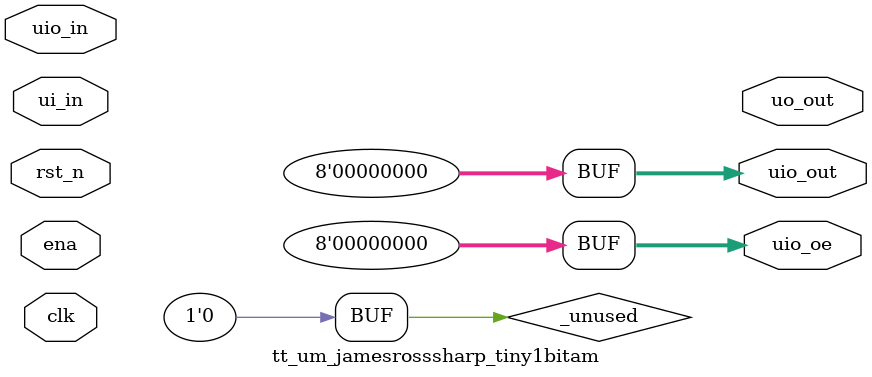
<source format=v>
/*
 * Copyright (c) 2024 Your Name
 * SPDX-License-Identifier: Apache-2.0
 */

`default_nettype none

module tt_um_jamesrosssharp_tiny1bitam (
    input  wire [7:0] ui_in,    // Dedicated inputs
    output wire [7:0] uo_out,   // Dedicated outputs
    input  wire [7:0] uio_in,   // IOs: Input path
    output wire [7:0] uio_out,  // IOs: Output path
    output wire [7:0] uio_oe,   // IOs: Enable path (active high: 0=input, 1=output)
    input  wire       ena,      // always 1 when the design is powered, so you can ignore it
    input  wire       clk,      // clock
    input  wire       rst_n     // reset_n - low to reset
);

  // All output pins must be assigned. If not used, assign to 0.
  assign uio_out = 0;
  assign uio_oe  = 0;

  // List all unused inputs to prevent warnings
  wire _unused = &{ena, clk, rst_n, 1'b0};




endmodule

</source>
